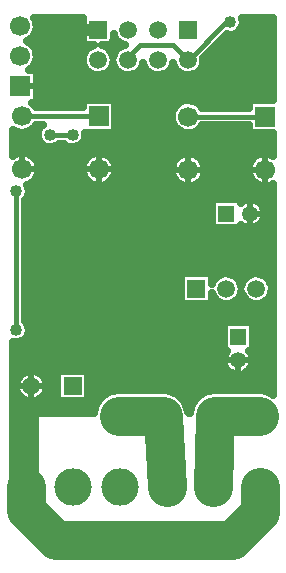
<source format=gbl>
G04 DipTrace 2.4.0.2*
%INESPixelStick.GBL*%
%MOIN*%
%ADD13C,0.02*%
%ADD14C,0.015*%
%ADD15C,0.13*%
%ADD16C,0.1*%
%ADD17C,0.025*%
%ADD18C,0.04*%
%ADD20R,0.0591X0.0591*%
%ADD21C,0.0591*%
%ADD22R,0.0531X0.0531*%
%ADD23C,0.0531*%
%ADD25C,0.1*%
%ADD26C,0.125*%
%ADD27R,0.0669X0.0669*%
%ADD28C,0.0669*%
%FSLAX44Y44*%
G04*
G70*
G90*
G75*
G01*
%LNBottom*%
%LPD*%
X4628Y19562D2*
D14*
X7187D1*
X4437Y17062D2*
Y12437D1*
X4767Y7187D2*
D15*
Y6420D1*
X5750Y5437D1*
X11625D1*
X12562Y6374D1*
Y7187D1*
X4767D2*
D16*
X4687Y7267D1*
Y9687D1*
X10161Y21437D2*
D14*
X9661Y21937D1*
X8562D1*
X8161Y21536D1*
Y21437D1*
X10161D2*
Y21411D1*
X11437Y22687D1*
X11562D1*
X10168Y19543D2*
X12727D1*
X5562Y18937D2*
X6312D1*
X9444Y7187D2*
D15*
X9312Y9562D1*
X7872D1*
X11003Y7187D2*
X11072Y9562D1*
X12512D1*
D18*
X11562Y20687D3*
X6312Y16562D3*
X6812Y13437D3*
Y16812D3*
X4437Y17062D3*
Y12437D3*
X11562Y22687D3*
X6312Y18937D3*
X5562D3*
X5134Y22595D2*
D17*
X6627D1*
X11993D2*
X12975D1*
X5091Y22346D2*
X6627D1*
X11825D2*
X12975D1*
X4880Y22097D2*
X6627D1*
X11282D2*
X12975D1*
X5056Y21849D2*
X6834D1*
X7489D2*
X7834D1*
X11032D2*
X12975D1*
X5134Y21600D2*
X6654D1*
X10786D2*
X12975D1*
X5095Y21351D2*
X6635D1*
X10689D2*
X12975D1*
X5138Y21103D2*
X6752D1*
X7571D2*
X7752D1*
X8571D2*
X8752D1*
X9571D2*
X9752D1*
X10571D2*
X12975D1*
X5138Y20854D2*
X12975D1*
X5138Y20605D2*
X12975D1*
X5138Y20357D2*
X12975D1*
X5138Y20108D2*
X6611D1*
X7763D2*
X12975D1*
X5114Y19859D2*
X6611D1*
X7763D2*
X9693D1*
X10642D2*
X12154D1*
X7763Y19611D2*
X9600D1*
X7763Y19362D2*
X9623D1*
X4970Y19113D2*
X5162D1*
X7763D2*
X9803D1*
X10536D2*
X12154D1*
X4347Y18865D2*
X5127D1*
X6747D2*
X12975D1*
X4347Y18616D2*
X5275D1*
X5849D2*
X6027D1*
X6599D2*
X12975D1*
X4347Y18367D2*
X12975D1*
X5095Y18118D2*
X6721D1*
X7653D2*
X9717D1*
X10618D2*
X12275D1*
X5196Y17870D2*
X6619D1*
X7755D2*
X9603D1*
X10736D2*
X12162D1*
X5177Y17621D2*
X6639D1*
X7736D2*
X9615D1*
X10720D2*
X12174D1*
X5009Y17372D2*
X6807D1*
X7568D2*
X9768D1*
X10571D2*
X12326D1*
X4872Y17124D2*
X12975D1*
X4833Y16875D2*
X12975D1*
X4751Y16626D2*
X10932D1*
X12614D2*
X12975D1*
X4751Y16378D2*
X10932D1*
X12724D2*
X12975D1*
X4751Y16129D2*
X10932D1*
X12693D2*
X12975D1*
X4751Y15880D2*
X10932D1*
X12462D2*
X12975D1*
X4751Y15632D2*
X12975D1*
X4751Y15383D2*
X12975D1*
X4751Y15134D2*
X12975D1*
X4751Y14886D2*
X12975D1*
X4751Y14637D2*
X12975D1*
X4751Y14388D2*
X12975D1*
X4751Y14139D2*
X9900D1*
X11853D2*
X12020D1*
X4751Y13891D2*
X9900D1*
X4751Y13642D2*
X9900D1*
X4751Y13393D2*
X9900D1*
X10974D2*
X11121D1*
X11755D2*
X12119D1*
X12755D2*
X12975D1*
X4751Y13145D2*
X12975D1*
X4751Y12896D2*
X12975D1*
X4821Y12647D2*
X11326D1*
X12337D2*
X12975D1*
X4876Y12399D2*
X11326D1*
X12337D2*
X12975D1*
X4763Y12150D2*
X11326D1*
X12337D2*
X12975D1*
X4347Y11901D2*
X11326D1*
X12337D2*
X12975D1*
X4347Y11653D2*
X11385D1*
X12275D2*
X12975D1*
X4347Y11404D2*
X11326D1*
X12337D2*
X12975D1*
X4347Y11155D2*
X11404D1*
X12259D2*
X12975D1*
X4347Y10906D2*
X4537D1*
X5337D2*
X5779D1*
X6849D2*
X12975D1*
X5462Y10658D2*
X5779D1*
X6849D2*
X12975D1*
X5450Y10409D2*
X5779D1*
X6849D2*
X7674D1*
X9513D2*
X10873D1*
X12712D2*
X12975D1*
X4347Y10160D2*
X4596D1*
X5278D2*
X5779D1*
X6849D2*
X7221D1*
X9962D2*
X10424D1*
X4347Y9912D2*
X7057D1*
X10126D2*
X10259D1*
X5930Y11072D2*
X6825D1*
Y10052D1*
X5805D1*
Y11072D1*
X5930D1*
X5447Y10537D2*
X5425Y10414D1*
X5375Y10300D1*
X5298Y10202D1*
X5200Y10125D1*
X5086Y10074D1*
X4964Y10052D1*
X4839Y10061D1*
X4721Y10100D1*
X4615Y10166D1*
X4529Y10256D1*
X4467Y10364D1*
X4433Y10484D1*
X4429Y10609D1*
X4455Y10731D1*
X4511Y10842D1*
X4591Y10937D1*
X4693Y11010D1*
X4809Y11056D1*
X4932Y11072D1*
X5056Y11058D1*
X5173Y11014D1*
X5276Y10944D1*
X5358Y10850D1*
X5415Y10739D1*
X5444Y10618D1*
X5447Y10537D1*
X11475Y12686D2*
X12311D1*
Y11725D1*
X12198D1*
X12250Y11653D1*
X12290Y11562D1*
X12309Y11464D1*
X12306Y11344D1*
X12280Y11247D1*
X12235Y11158D1*
X12172Y11080D1*
X12095Y11017D1*
X12007Y10971D1*
X11911Y10944D1*
X11811Y10938D1*
X11712Y10952D1*
X11618Y10987D1*
X11534Y11040D1*
X11462Y11110D1*
X11406Y11192D1*
X11369Y11285D1*
X11351Y11383D1*
X11354Y11483D1*
X11378Y11580D1*
X11421Y11670D1*
X11461Y11725D1*
X11350D1*
Y12686D1*
X11475D1*
X11081Y16793D2*
X11918D1*
Y16679D1*
X11994Y16734D1*
X12086Y16772D1*
X12184Y16791D1*
X12284Y16789D1*
X12381Y16767D1*
X12472Y16724D1*
X12551Y16664D1*
X12617Y16589D1*
X12666Y16502D1*
X12696Y16407D1*
X12705Y16287D1*
X12689Y16188D1*
X12653Y16095D1*
X12599Y16011D1*
X12529Y15940D1*
X12446Y15885D1*
X12353Y15849D1*
X12255Y15832D1*
X12155Y15836D1*
X12058Y15861D1*
X11969Y15905D1*
X11917Y15942D1*
X11918Y15831D1*
X10956D1*
Y16793D1*
X11081D1*
X10052Y14322D2*
X10947D1*
X10948Y13957D1*
X10997Y14071D1*
X11073Y14170D1*
X11171Y14248D1*
X11285Y14299D1*
X11407Y14321D1*
X11532Y14313D1*
X11651Y14275D1*
X11757Y14210D1*
X11844Y14120D1*
X11906Y14013D1*
X11935Y13912D1*
X11997Y14071D1*
X12073Y14170D1*
X12171Y14248D1*
X12285Y14299D1*
X12407Y14321D1*
X12532Y14313D1*
X12651Y14275D1*
X12757Y14210D1*
X12844Y14120D1*
X12906Y14013D1*
X12941Y13893D1*
X12947Y13812D1*
X12932Y13688D1*
X12887Y13572D1*
X12816Y13470D1*
X12721Y13388D1*
X12610Y13332D1*
X12488Y13304D1*
X12364Y13307D1*
X12244Y13340D1*
X12135Y13401D1*
X12044Y13486D1*
X11977Y13591D1*
X11937Y13714D1*
X11887Y13572D1*
X11816Y13470D1*
X11721Y13388D1*
X11610Y13332D1*
X11488Y13304D1*
X11364Y13307D1*
X11244Y13340D1*
X11135Y13401D1*
X11044Y13486D1*
X10977Y13591D1*
X10948Y13676D1*
X10947Y13302D1*
X9927D1*
Y14322D1*
X10052D1*
X7660Y21340D2*
X7612Y21197D1*
X7540Y21095D1*
X7446Y21013D1*
X7334Y20957D1*
X7213Y20929D1*
X7088Y20932D1*
X6968Y20965D1*
X6859Y21026D1*
X6769Y21111D1*
X6701Y21216D1*
X6662Y21335D1*
X6652Y21459D1*
X6672Y21582D1*
X6722Y21696D1*
X6798Y21795D1*
X6896Y21873D1*
X7028Y21928D1*
X6651Y21927D1*
Y22843D1*
X5036Y22844D1*
X5074Y22761D1*
X5106Y22640D1*
X5112Y22562D1*
X5098Y22438D1*
X5056Y22321D1*
X4989Y22215D1*
X4899Y22128D1*
X4789Y22062D1*
X4935Y21966D1*
X5016Y21871D1*
X5074Y21761D1*
X5106Y21640D1*
X5112Y21562D1*
X5098Y21438D1*
X5056Y21321D1*
X4989Y21215D1*
X4870Y21110D1*
X5112Y21112D1*
Y20012D1*
X4942D1*
X5001Y19966D1*
X5091Y19854D1*
X6640Y19852D1*
X6637Y20112D1*
X7737D1*
Y19012D1*
X6721D1*
X6727Y18937D1*
X6708Y18814D1*
X6654Y18702D1*
X6569Y18611D1*
X6461Y18549D1*
X6339Y18523D1*
X6215Y18534D1*
X6099Y18581D1*
X6018Y18647D1*
X5855D1*
X5819Y18611D1*
X5711Y18549D1*
X5589Y18523D1*
X5465Y18534D1*
X5349Y18581D1*
X5253Y18660D1*
X5185Y18764D1*
X5150Y18883D1*
X5153Y19008D1*
X5193Y19126D1*
X5265Y19227D1*
X5324Y19272D1*
X5097D1*
X5055Y19215D1*
X4965Y19128D1*
X4859Y19063D1*
X4741Y19024D1*
X4616Y19012D1*
X4493Y19029D1*
X4376Y19073D1*
X4321Y19110D1*
X4322Y18246D1*
X4418Y18298D1*
X4538Y18333D1*
X4663Y18339D1*
X4786Y18317D1*
X4900Y18268D1*
X5001Y18194D1*
X5082Y18100D1*
X5140Y17989D1*
X5172Y17869D1*
X5175Y17740D1*
X5150Y17618D1*
X5098Y17505D1*
X5021Y17406D1*
X4925Y17328D1*
X4813Y17273D1*
X4797Y17268D1*
X4838Y17168D1*
X4852Y17062D1*
X4833Y16939D1*
X4779Y16827D1*
X4728Y16773D1*
X4727Y12730D1*
X4789Y12658D1*
X4838Y12543D1*
X4852Y12437D1*
X4833Y12314D1*
X4779Y12202D1*
X4694Y12111D1*
X4586Y12049D1*
X4464Y12023D1*
X4322Y12041D1*
Y9676D1*
X5312Y9672D1*
X7011D1*
X7048Y9824D1*
X7094Y9940D1*
X7157Y10048D1*
X7234Y10146D1*
X7325Y10232D1*
X7427Y10304D1*
X7538Y10360D1*
X7657Y10400D1*
X7780Y10422D1*
X8247Y10427D1*
X9312D1*
X9437Y10418D1*
X9559Y10391D1*
X9675Y10347D1*
X9785Y10286D1*
X9884Y10211D1*
X9972Y10122D1*
X10045Y10021D1*
X10104Y9911D1*
X10137Y9823D1*
X10166Y9699D1*
X10187Y9672D1*
X10214D1*
X10248Y9824D1*
X10294Y9940D1*
X10357Y10048D1*
X10434Y10146D1*
X10525Y10232D1*
X10627Y10304D1*
X10738Y10360D1*
X10857Y10400D1*
X10980Y10422D1*
X11447Y10427D1*
X12512D1*
X12637Y10418D1*
X12759Y10391D1*
X12875Y10347D1*
X13000Y10275D1*
X13001Y17295D1*
X12888Y17246D1*
X12766Y17223D1*
X12641Y17229D1*
X12521Y17262D1*
X12411Y17322D1*
X12318Y17405D1*
X12246Y17506D1*
X12199Y17622D1*
X12178Y17745D1*
X12186Y17869D1*
X12222Y17989D1*
X12284Y18097D1*
X12369Y18189D1*
X12472Y18259D1*
X12589Y18304D1*
X12712Y18321D1*
X12836Y18310D1*
X12955Y18272D1*
X13002Y18248D1*
X13001Y18998D1*
X12277Y18994D1*
X12178D1*
Y19255D1*
X10638Y19253D1*
X10595Y19197D1*
X10506Y19109D1*
X10399Y19045D1*
X10281Y19005D1*
X10157Y18994D1*
X10033Y19011D1*
X9916Y19055D1*
X9813Y19124D1*
X9727Y19215D1*
X9665Y19323D1*
X9628Y19442D1*
X9619Y19567D1*
X9639Y19690D1*
X9685Y19805D1*
X9757Y19908D1*
X9849Y19991D1*
X9959Y20051D1*
X10079Y20086D1*
X10203Y20092D1*
X10326Y20070D1*
X10441Y20021D1*
X10541Y19947D1*
X10632Y19835D1*
X12180Y19833D1*
X12178Y20093D1*
X13002D1*
X13001Y22844D1*
X11942D1*
X11963Y22793D1*
X11977Y22687D1*
X11958Y22564D1*
X11904Y22452D1*
X11819Y22361D1*
X11711Y22299D1*
X11589Y22273D1*
X11447Y22291D1*
X10667Y21507D1*
X10672Y21437D1*
X10656Y21313D1*
X10612Y21197D1*
X10540Y21095D1*
X10446Y21013D1*
X10334Y20957D1*
X10213Y20929D1*
X10088Y20932D1*
X9968Y20965D1*
X9859Y21026D1*
X9769Y21111D1*
X9701Y21216D1*
X9661Y21339D1*
X9612Y21197D1*
X9540Y21095D1*
X9446Y21013D1*
X9334Y20957D1*
X9213Y20929D1*
X9088Y20932D1*
X8968Y20965D1*
X8859Y21026D1*
X8769Y21111D1*
X8701Y21216D1*
X8661Y21339D1*
X8612Y21197D1*
X8540Y21095D1*
X8446Y21013D1*
X8334Y20957D1*
X8213Y20929D1*
X8088Y20932D1*
X7968Y20965D1*
X7859Y21026D1*
X7769Y21111D1*
X7701Y21216D1*
X7661Y21339D1*
X7290Y21928D2*
X7375Y21900D1*
X7481Y21835D1*
X7568Y21745D1*
X7631Y21638D1*
X7660Y21537D1*
X7722Y21696D1*
X7798Y21795D1*
X7896Y21873D1*
X8009Y21924D1*
X8067Y21935D1*
X7968Y21965D1*
X7859Y22026D1*
X7769Y22111D1*
X7701Y22216D1*
X7673Y22301D1*
X7672Y21927D1*
X7304D1*
X10717Y17747D2*
X10698Y17624D1*
X10651Y17508D1*
X10579Y17406D1*
X10486Y17323D1*
X10376Y17263D1*
X10256Y17229D1*
X10132Y17223D1*
X10009Y17246D1*
X9895Y17295D1*
X9794Y17369D1*
X9713Y17464D1*
X9655Y17574D1*
X9624Y17695D1*
X9621Y17820D1*
X9646Y17942D1*
X9698Y18055D1*
X9774Y18154D1*
X9870Y18233D1*
X9982Y18289D1*
X10103Y18317D1*
X10228Y18318D1*
X10350Y18291D1*
X10462Y18236D1*
X10559Y18158D1*
X10636Y18060D1*
X10689Y17947D1*
X10715Y17825D1*
X10717Y17747D1*
X7736Y17765D2*
X7716Y17642D1*
X7669Y17527D1*
X7597Y17425D1*
X7504Y17342D1*
X7395Y17282D1*
X7275Y17248D1*
X7150Y17242D1*
X7028Y17264D1*
X6913Y17314D1*
X6813Y17388D1*
X6732Y17483D1*
X6674Y17593D1*
X6643Y17714D1*
X6639Y17839D1*
X6664Y17961D1*
X6716Y18074D1*
X6792Y18173D1*
X6889Y18252D1*
X7001Y18307D1*
X7122Y18336D1*
X7247Y18337D1*
X7368Y18309D1*
X7481Y18255D1*
X7578Y18177D1*
X7655Y18079D1*
X7708Y17966D1*
X7734Y17844D1*
X7736Y17765D1*
X4937Y11072D2*
D13*
Y10052D1*
X4427Y10562D2*
X5447D1*
X11831Y11418D2*
Y10938D1*
X11350Y11418D2*
X12311D1*
X12224Y16792D2*
Y15832D1*
Y16312D2*
X12705D1*
X6652Y22437D2*
D18*
X7161D1*
X4562Y20562D2*
D13*
X5111D1*
X12727Y18321D2*
Y17222D1*
X12178Y17772D2*
X12727D1*
X10168Y18321D2*
Y17222D1*
X9619Y17772D2*
X10717D1*
X7187Y18340D2*
Y17241D1*
X6638Y17790D2*
X7736D1*
X4628Y18340D2*
Y17790D1*
X5177D1*
D20*
X6315Y10562D3*
D21*
X4937D3*
D22*
X11831Y12206D3*
D23*
Y11418D3*
D22*
X11437Y16312D3*
D23*
X12224D3*
D25*
X9312Y9562D3*
X11072D3*
X7872D3*
X12512D3*
D20*
X10437Y13812D3*
D21*
X11437D3*
X12437D3*
X7161Y21437D3*
D20*
Y22437D3*
D21*
X8161Y21437D3*
Y22437D3*
X9161Y21437D3*
Y22437D3*
X10161Y21437D3*
D20*
Y22437D3*
D26*
X12562Y7187D3*
X11003D3*
X9444D3*
X7885D3*
X6326D3*
X4767D3*
D27*
X4562Y20562D3*
D28*
Y21562D3*
Y22562D3*
D27*
X12727Y19543D3*
D28*
Y17772D3*
X10168D3*
Y19543D3*
D27*
X7187Y19562D3*
D28*
Y17790D3*
X4628D3*
Y19562D3*
M02*

</source>
